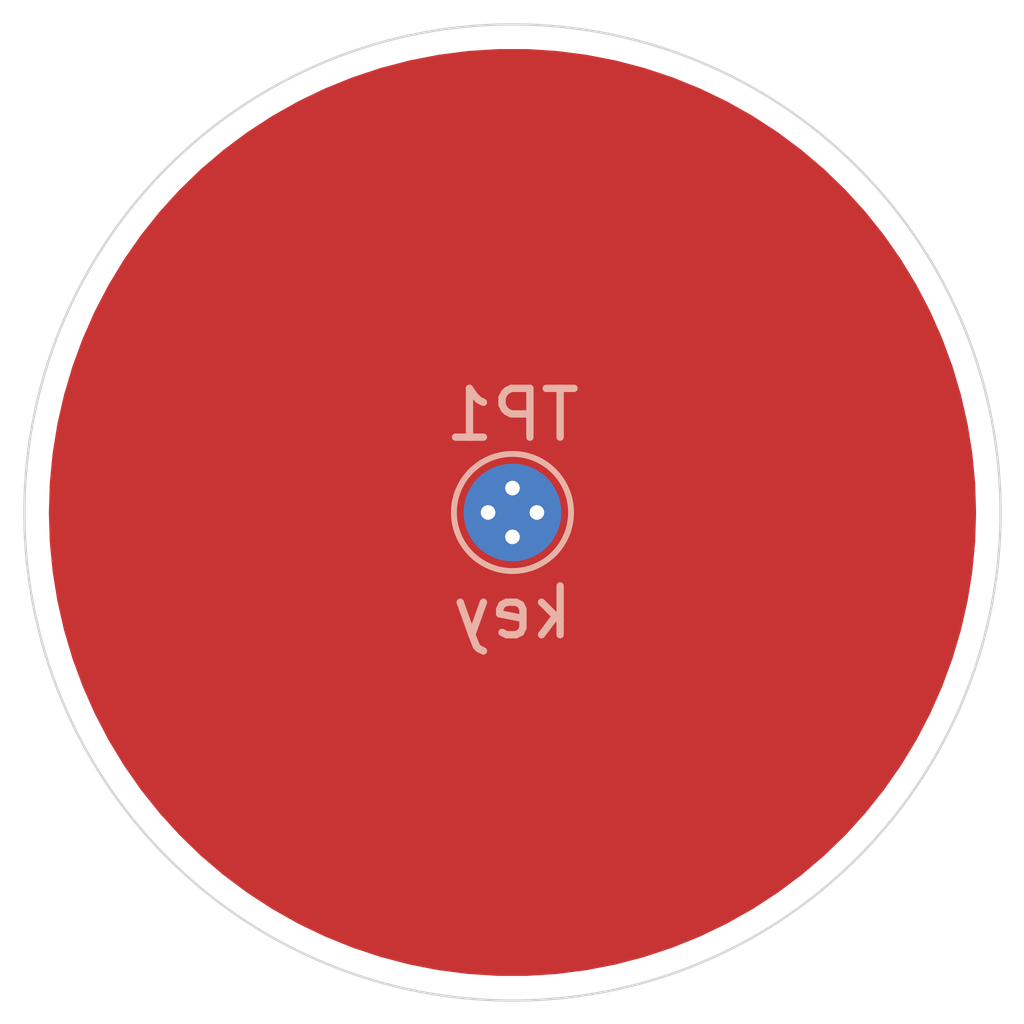
<source format=kicad_pcb>
(kicad_pcb (version 20240108) (generator "pcbnew") (generator_version "8.0")
  (layers (0 "F.Cu" signal) (1 "In1.Cu" signal "GND.Cu") (2 "In2.Cu" signal "VDD.Cu") (31 "B.Cu" signal) (34 "B.Paste" user) (35 "F.Paste" user) (36 "B.SilkS" user "B.Silkscreen") (37 "F.SilkS" user "F.Silkscreen") (38 "B.Mask" user) (39 "F.Mask" user) (44 "Edge.Cuts" user))
  (net 0 "")
  (net 1 "/Key")
  (footprint "TestPoint:TestPoint_Pad_D2.0mm" (layer "B.Cu") (at 139 92.5 180)
    (property "Reference" "TP1" (at 0 1.998 0) (layer "B.SilkS") (effects (justify mirror)))
    (property "Value" "key" (at 0 -2.05 0) (layer "B.SilkS") (effects (justify mirror)))
    (fp_circle (center 0 0) (end 0 -1.2) (stroke (width 0.12)) (fill none) (layer "B.SilkS"))
    (pad "1" smd circle (at 0 0 180) (size 2 2) (layers "B.Cu" "B.Mask") (net 1 "/Key"))
  )
  (gr_circle (center 139 92.5) (end 139 102.5) (stroke (width 0.05)) (fill none) (layer "Edge.Cuts"))
  (via (at 138.5 92.5) (size 0.6) (drill 0.3) (layers "F.Cu" "B.Cu") (net 1))
  (via (at 139.5 92.5) (size 0.6) (drill 0.3) (layers "F.Cu" "B.Cu") (net 1))
  (via (at 139 92) (size 0.6) (drill 0.3) (layers "F.Cu" "B.Cu") (net 1))
  (via (at 139 93) (size 0.6) (drill 0.3) (layers "F.Cu" "B.Cu") (net 1))
  (zone (net 1) (net_name "/Key") (layer "F.Cu") (connect_pads (clearance 0.5)) (min_thickness 0.25) (fill yes (thermal_gap 0.5) (thermal_bridge_width 0.5))
    (polygon (pts (xy 128.5 82) (xy 149.5 82) (xy 149.5 103) (xy 128.5 103)))
  )
)
</source>
